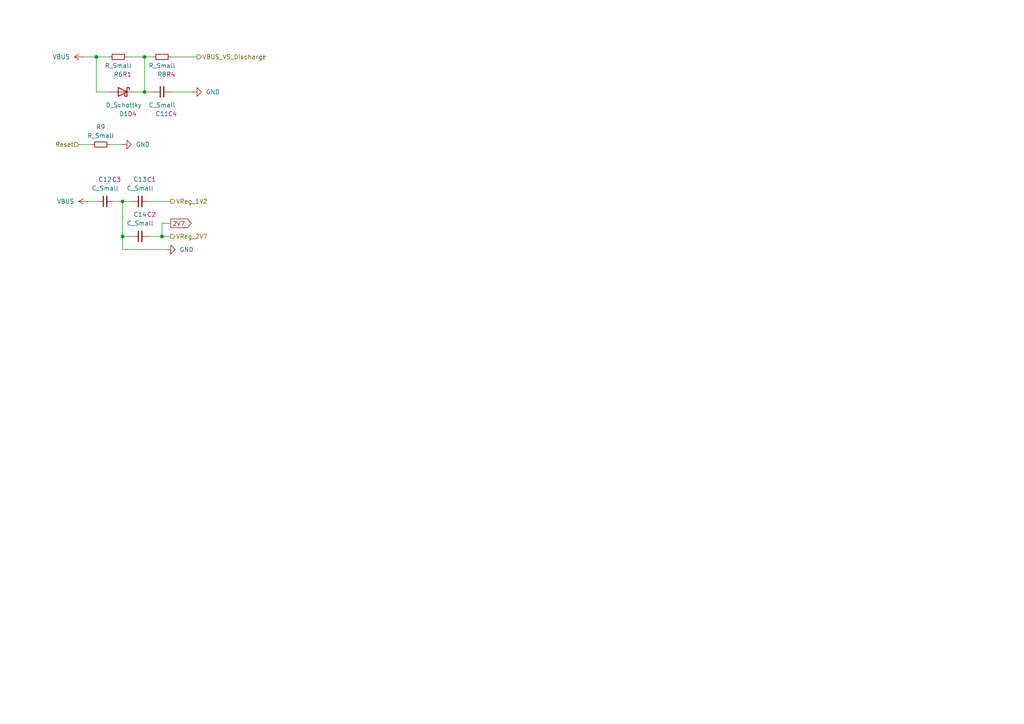
<source format=kicad_sch>
(kicad_sch (version 20231120) (generator "eeschema") (generator_version "8.0")
  (paper "A4")
  (lib_symbols
    (symbol "Device:C_Small" (pin_numbers hide) (pin_names (offset 0.254) hide)
      (property "Reference" "C" (at 0.254 1.778 0))
      (property "Value" "C_Small" (at 0.254 -2.032 0))
      (symbol "C_Small_0_1"
        (polyline (pts (xy -1.524 -0.508) (xy 1.524 -0.508)) (stroke (width 0.3302)))
        (polyline (pts (xy -1.524 0.508) (xy 1.524 0.508)) (stroke (width 0.3048)))
      )
      (symbol "C_Small_1_1"
        (pin passive line (at 0 2.54 270) (length 2.032) (name "~") (number "1"))
        (pin passive line (at 0 -2.54 90) (length 2.032) (name "~") (number "2"))
      )
    )
    (symbol "Device:D_Schottky" (pin_numbers hide) (pin_names (offset 1.016) hide)
      (property "Reference" "D" (at 0 2.54 0))
      (property "Value" "D_Schottky" (at 0 -2.54 0))
      (symbol "D_Schottky_0_1"
        (polyline (pts (xy 1.27 0) (xy -1.27 0)))
        (polyline (pts (xy 1.27 1.27) (xy 1.27 -1.27) (xy -1.27 0) (xy 1.27 1.27)) (stroke (width 0.254)))
        (polyline (pts (xy -1.905 0.635) (xy -1.905 1.27) (xy -1.27 1.27) (xy -1.27 -1.27) (xy -0.635 -1.27) (xy -0.635 -0.635)) (stroke (width 0.254)))
      )
      (symbol "D_Schottky_1_1"
        (pin passive line (at -3.81 0 0) (length 2.54) (name "K") (number "1"))
        (pin passive line (at 3.81 0 180) (length 2.54) (name "A") (number "2"))
      )
    )
    (symbol "Device:R_Small" (pin_numbers hide) (pin_names (offset 0.254) hide)
      (property "Reference" "R" (at 0.762 0.508 0))
      (property "Value" "R_Small" (at 0.762 -1.016 0))
      (symbol "R_Small_0_1"
        (rectangle (start -0.762 1.778) (end 0.762 -1.778) (stroke (width 0.2032)))
      )
      (symbol "R_Small_1_1"
        (pin passive line (at 0 2.54 270) (length 0.762) (name "~") (number "1"))
        (pin passive line (at 0 -2.54 90) (length 0.762) (name "~") (number "2"))
      )
    )
    (symbol "power:GND" (power) (pin_numbers hide) (pin_names (offset 0) hide)
      (property "Value" "GND" (at 0 -3.81 0))
      (symbol "GND_0_1"
        (polyline (pts (xy 0 0) (xy 0 -1.27) (xy 1.27 -1.27) (xy 0 -2.54) (xy -1.27 -1.27) (xy 0 -1.27)))
      )
      (symbol "GND_1_1"
        (pin power_in line (at 0 0 270) (length 0) (name "~") (number "1"))
      )
    )
    (symbol "power:VBUS" (power) (pin_numbers hide) (pin_names (offset 0) hide)
      (property "Value" "VBUS" (at 0 3.556 0))
      (symbol "VBUS_0_1"
        (polyline (pts (xy -0.762 1.27) (xy 0 2.54)))
        (polyline (pts (xy 0 0) (xy 0 2.54)))
        (polyline (pts (xy 0 2.54) (xy 0.762 1.27)))
      )
      (symbol "VBUS_1_1"
        (pin power_in line (at 0 0 90) (length 0) (name "~") (number "1"))
      )
    )
  )
  (junction (at 35.56 58.42))
  (junction (at 46.99 68.58))
  (junction (at 41.91 16.51))
  (junction (at 27.94 16.51))
  (junction (at 41.91 26.67))
  (junction (at 35.56 68.58))
  (wire (pts (xy 46.99 64.77) (xy 46.99 68.58)))
  (wire (pts (xy 49.53 26.67) (xy 55.88 26.67)))
  (wire (pts (xy 22.86 41.91) (xy 26.67 41.91)))
  (wire (pts (xy 35.56 72.39) (xy 35.56 68.58)))
  (wire (pts (xy 24.13 16.51) (xy 27.94 16.51)))
  (wire (pts (xy 41.91 16.51) (xy 41.91 26.67)))
  (wire (pts (xy 49.53 64.77) (xy 46.99 64.77)))
  (wire (pts (xy 27.94 16.51) (xy 31.75 16.51)))
  (wire (pts (xy 35.56 58.42) (xy 38.1 58.42)))
  (wire (pts (xy 36.83 16.51) (xy 41.91 16.51)))
  (wire (pts (xy 31.75 41.91) (xy 35.56 41.91)))
  (wire (pts (xy 49.53 16.51) (xy 57.15 16.51)))
  (wire (pts (xy 43.18 58.42) (xy 49.53 58.42)))
  (wire (pts (xy 48.26 72.39) (xy 35.56 72.39)))
  (wire (pts (xy 35.56 68.58) (xy 35.56 58.42)))
  (wire (pts (xy 27.94 16.51) (xy 27.94 26.67)))
  (wire (pts (xy 27.94 26.67) (xy 31.75 26.67)))
  (wire (pts (xy 38.1 68.58) (xy 35.56 68.58)))
  (wire (pts (xy 25.4 58.42) (xy 27.94 58.42)))
  (wire (pts (xy 41.91 26.67) (xy 44.45 26.67)))
  (wire (pts (xy 41.91 16.51) (xy 44.45 16.51)))
  (wire (pts (xy 39.37 26.67) (xy 41.91 26.67)))
  (wire (pts (xy 33.02 58.42) (xy 35.56 58.42)))
  (wire (pts (xy 46.99 68.58) (xy 49.53 68.58)))
  (wire (pts (xy 43.18 68.58) (xy 46.99 68.58)))
  (global_label "2V7" (shape output) (at 49.53 64.77 0) (property "Intersheetrefs" "${INTERSHEET_REFS}" (effects (hide yes))))
  (hierarchical_label "VReg_1V2" (shape output) (at 49.53 58.42 0))
  (hierarchical_label "VReg_2V7" (shape output) (at 49.53 68.58 0))
  (hierarchical_label "VBUS_VS_Discharge" (shape output) (at 57.15 16.51 0))
  (hierarchical_label "Reset" (shape input) (at 22.86 41.91 180))
  (symbol (lib_id "Device:C_Small") (at 40.64 58.42 90) (unit 1)
    (property "Reference" "C13" (at 40.6463 52.07 90))
    (property "Value" "C_Small" (at 40.6463 54.61 90))
    (property "Description" "Unpolarized capacitor, small symbol" (effects (hide yes)))
    (property "App_Ref" "C1" (at 43.942 52.07 90))
  )
  (symbol (lib_id "Device:R_Small") (at 29.21 41.91 90) (unit 1)
    (property "Reference" "R9" (at 29.21 36.83 90))
    (property "Value" "R_Small" (at 29.21 39.37 90))
    (property "Description" "Resistor, small symbol" (effects (hide yes)))
  )
  (symbol (lib_id "power:VBUS") (at 24.13 16.51 90) (unit 1)
    (property "Reference" "#PWR07" (effects (hide yes)))
    (property "Value" "VBUS" (at 20.32 16.5099 90) (effects (justify left)))
    (property "Description" "Power symbol creates a global label with name \"VBUS\"" (effects (hide yes)))
  )
  (symbol (lib_id "Device:C_Small") (at 46.99 26.67 90) (unit 1)
    (property "Reference" "C11" (at 46.9963 33.02 90))
    (property "Value" "C_Small" (at 46.9963 30.48 90))
    (property "Description" "Unpolarized capacitor, small symbol" (effects (hide yes)))
    (property "App_Ref" "C4" (at 50.038 33.02 90))
  )
  (symbol (lib_id "Device:C_Small") (at 40.64 68.58 90) (unit 1)
    (property "Reference" "C14" (at 40.6463 62.23 90))
    (property "Value" "C_Small" (at 40.6463 64.77 90))
    (property "Description" "Unpolarized capacitor, small symbol" (effects (hide yes)))
    (property "App_Ref" "C2" (at 43.942 62.23 90))
  )
  (symbol (lib_id "Device:D_Schottky") (at 35.56 26.67 0) (mirror y) (unit 1)
    (property "Reference" "D1" (at 35.8775 33.02 0))
    (property "Value" "D_Schottky" (at 35.8775 30.48 0))
    (property "Description" "Schottky diode" (effects (hide yes)))
    (property "App_Ref" "D4" (at 38.354 33.02 0))
  )
  (symbol (lib_id "Device:C_Small") (at 30.48 58.42 90) (unit 1)
    (property "Reference" "C12" (at 30.4863 52.07 90))
    (property "Value" "C_Small" (at 30.4863 54.61 90))
    (property "Description" "Unpolarized capacitor, small symbol" (effects (hide yes)))
    (property "App_Ref" "C3" (at 33.782 52.07 90))
  )
  (symbol (lib_id "Device:R_Small") (at 46.99 16.51 90) (unit 1)
    (property "Reference" "R8" (at 46.99 21.59 90))
    (property "Value" "R_Small" (at 46.99 19.05 90))
    (property "Description" "Resistor, small symbol" (effects (hide yes)))
    (property "App_Ref" "R4" (at 49.53 21.59 90))
  )
  (symbol (lib_id "power:GND") (at 48.26 72.39 90) (unit 1)
    (property "Reference" "#PWR011" (effects (hide yes)))
    (property "Value" "GND" (at 52.07 72.3899 90) (effects (justify right)))
    (property "Description" "Power symbol creates a global label with name \"GND\" , ground" (effects (hide yes)))
  )
  (symbol (lib_id "Device:R_Small") (at 34.29 16.51 90) (mirror x) (unit 1)
    (property "Reference" "R6" (at 34.29 21.59 90))
    (property "Value" "R_Small" (at 34.29 19.05 90))
    (property "Description" "Resistor, small symbol" (effects (hide yes)))
    (property "App_Ref" "R1" (at 36.83 21.59 90))
  )
  (symbol (lib_id "power:GND") (at 55.88 26.67 90) (unit 1)
    (property "Reference" "#PWR08" (effects (hide yes)))
    (property "Value" "GND" (at 59.69 26.6699 90) (effects (justify right)))
    (property "Description" "Power symbol creates a global label with name \"GND\" , ground" (effects (hide yes)))
  )
  (symbol (lib_id "power:VBUS") (at 25.4 58.42 90) (unit 1)
    (property "Reference" "#PWR010" (effects (hide yes)))
    (property "Value" "VBUS" (at 21.59 58.4199 90) (effects (justify left)))
    (property "Description" "Power symbol creates a global label with name \"VBUS\"" (effects (hide yes)))
  )
  (symbol (lib_id "power:GND") (at 35.56 41.91 90) (unit 1)
    (property "Reference" "#PWR09" (effects (hide yes)))
    (property "Value" "GND" (at 39.37 41.9099 90) (effects (justify right)))
    (property "Description" "Power symbol creates a global label with name \"GND\" , ground" (effects (hide yes)))
  )
)
</source>
